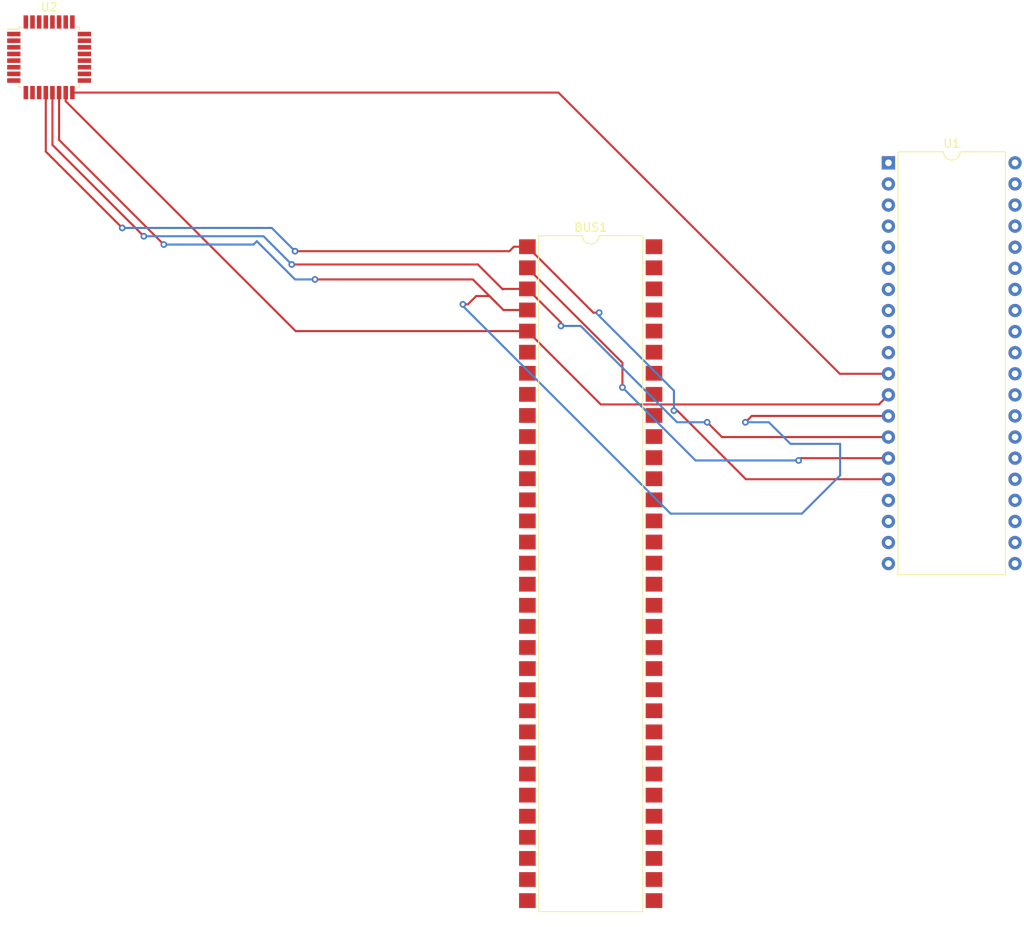
<source format=kicad_pcb>
(kicad_pcb (version 20221018) (generator pcbnew)
  (layers (0 "F.Cu" signal) (31 "B.Cu" signal) (34 "B.Paste" user) (35 "F.Paste" user) (36 "B.SilkS" user "B.Silkscreen") (37 "F.SilkS" user "F.Silkscreen") (38 "B.Mask" user) (39 "F.Mask" user) (44 "Edge.Cuts" user))
  (net 0 "")
  (net 61 "AD5")
  (net 62 "AD4")
  (net 63 "AD3")
  (net 64 "AD2")
  (net 65 "AD1")
  (net 66 "AD0")
  (net 93 "Net-(U2-GND-Pad21)")
  (net 94 "Net-(U2-VCC-Pad4)")
  (footprint "Package_DIP:SMDIP-64_W15.24mm" (layer "F.Cu") (at 117.38 91.43)
    (fp_text reference "BUS1" (at 0 -41.7) (layer "F.SilkS"))
    (fp_text value "8086 BUS")
    (fp_line (start -6.26 -40.7) (end -6.26 40.7) (stroke (width 0.12)) (layer "F.SilkS"))
    (fp_line (start -6.26 40.7) (end 6.26 40.7) (stroke (width 0.12)) (layer "F.SilkS"))
    (fp_line (start -1 -40.7) (end -6.26 -40.7) (stroke (width 0.12)) (layer "F.SilkS"))
    (fp_line (start 6.26 -40.7) (end 1 -40.7) (stroke (width 0.12)) (layer "F.SilkS"))
    (fp_line (start 6.26 40.7) (end 6.26 -40.7) (stroke (width 0.12)) (layer "F.SilkS"))
    (fp_arc (start 1 -40.7) (mid 0 -39.7) (end -1 -40.7) (stroke (width 0.12)) (layer "F.SilkS"))
    (pad "1" smd rect (at -7.62 -39.37) (size 2 1.78) (layers "F.Cu" "F.Paste" "F.Mask") (net 66 "AD0"))
    (pad "2" smd rect (at -7.62 -36.83) (size 2 1.78) (layers "F.Cu" "F.Paste" "F.Mask") (net 65 "AD1"))
    (pad "3" smd rect (at -7.62 -34.29) (size 2 1.78) (layers "F.Cu" "F.Paste" "F.Mask") (net 64 "AD2"))
    (pad "4" smd rect (at -7.62 -31.75) (size 2 1.78) (layers "F.Cu" "F.Paste" "F.Mask") (net 63 "AD3"))
    (pad "5" smd rect (at -7.62 -29.21) (size 2 1.78) (layers "F.Cu" "F.Paste" "F.Mask") (net 62 "AD4"))
    (pad "6" smd rect (at -7.62 -26.67) (size 2 1.78) (layers "F.Cu" "F.Paste" "F.Mask"))
    (pad "7" smd rect (at -7.62 -24.13) (size 2 1.78) (layers "F.Cu" "F.Paste" "F.Mask"))
    (pad "8" smd rect (at -7.62 -21.59) (size 2 1.78) (layers "F.Cu" "F.Paste" "F.Mask"))
    (pad "9" smd rect (at -7.62 -19.05) (size 2 1.78) (layers "F.Cu" "F.Paste" "F.Mask"))
    (pad "10" smd rect (at -7.62 -16.51) (size 2 1.78) (layers "F.Cu" "F.Paste" "F.Mask"))
    (pad "11" smd rect (at -7.62 -13.97) (size 2 1.78) (layers "F.Cu" "F.Paste" "F.Mask"))
    (pad "12" smd rect (at -7.62 -11.43) (size 2 1.78) (layers "F.Cu" "F.Paste" "F.Mask"))
    (pad "13" smd rect (at -7.62 -8.89) (size 2 1.78) (layers "F.Cu" "F.Paste" "F.Mask"))
    (pad "14" smd rect (at -7.62 -6.35) (size 2 1.78) (layers "F.Cu" "F.Paste" "F.Mask"))
    (pad "15" smd rect (at -7.62 -3.81) (size 2 1.78) (layers "F.Cu" "F.Paste" "F.Mask"))
    (pad "16" smd rect (at -7.62 -1.27) (size 2 1.78) (layers "F.Cu" "F.Paste" "F.Mask"))
    (pad "17" smd rect (at -7.62 1.27) (size 2 1.78) (layers "F.Cu" "F.Paste" "F.Mask"))
    (pad "18" smd rect (at -7.62 3.81) (size 2 1.78) (layers "F.Cu" "F.Paste" "F.Mask"))
    (pad "19" smd rect (at -7.62 6.35) (size 2 1.78) (layers "F.Cu" "F.Paste" "F.Mask"))
    (pad "20" smd rect (at -7.62 8.89) (size 2 1.78) (layers "F.Cu" "F.Paste" "F.Mask"))
    (pad "21" smd rect (at -7.62 11.43) (size 2 1.78) (layers "F.Cu" "F.Paste" "F.Mask"))
    (pad "22" smd rect (at -7.62 13.97) (size 2 1.78) (layers "F.Cu" "F.Paste" "F.Mask"))
    (pad "23" smd rect (at -7.62 16.51) (size 2 1.78) (layers "F.Cu" "F.Paste" "F.Mask"))
    (pad "24" smd rect (at -7.62 19.05) (size 2 1.78) (layers "F.Cu" "F.Paste" "F.Mask"))
    (pad "25" smd rect (at -7.62 21.59) (size 2 1.78) (layers "F.Cu" "F.Paste" "F.Mask"))
    (pad "26" smd rect (at -7.62 24.13) (size 2 1.78) (layers "F.Cu" "F.Paste" "F.Mask"))
    (pad "27" smd rect (at -7.62 26.67) (size 2 1.78) (layers "F.Cu" "F.Paste" "F.Mask"))
    (pad "28" smd rect (at -7.62 29.21) (size 2 1.78) (layers "F.Cu" "F.Paste" "F.Mask"))
    (pad "29" smd rect (at -7.62 31.75) (size 2 1.78) (layers "F.Cu" "F.Paste" "F.Mask"))
    (pad "30" smd rect (at -7.62 34.29) (size 2 1.78) (layers "F.Cu" "F.Paste" "F.Mask"))
    (pad "31" smd rect (at -7.62 36.83) (size 2 1.78) (layers "F.Cu" "F.Paste" "F.Mask"))
    (pad "32" smd rect (at -7.62 39.37) (size 2 1.78) (layers "F.Cu" "F.Paste" "F.Mask"))
    (pad "33" smd rect (at 7.62 39.37) (size 2 1.78) (layers "F.Cu" "F.Paste" "F.Mask"))
    (pad "34" smd rect (at 7.62 36.83) (size 2 1.78) (layers "F.Cu" "F.Paste" "F.Mask"))
    (pad "35" smd rect (at 7.62 34.29) (size 2 1.78) (layers "F.Cu" "F.Paste" "F.Mask"))
    (pad "36" smd rect (at 7.62 31.75) (size 2 1.78) (layers "F.Cu" "F.Paste" "F.Mask"))
    (pad "37" smd rect (at 7.62 29.21) (size 2 1.78) (layers "F.Cu" "F.Paste" "F.Mask"))
    (pad "38" smd rect (at 7.62 26.67) (size 2 1.78) (layers "F.Cu" "F.Paste" "F.Mask"))
    (pad "39" smd rect (at 7.62 24.13) (size 2 1.78) (layers "F.Cu" "F.Paste" "F.Mask"))
    (pad "40" smd rect (at 7.62 21.59) (size 2 1.78) (layers "F.Cu" "F.Paste" "F.Mask"))
    (pad "41" smd rect (at 7.62 19.05) (size 2 1.78) (layers "F.Cu" "F.Paste" "F.Mask"))
    (pad "42" smd rect (at 7.62 16.51) (size 2 1.78) (layers "F.Cu" "F.Paste" "F.Mask"))
    (pad "43" smd rect (at 7.62 13.97) (size 2 1.78) (layers "F.Cu" "F.Paste" "F.Mask"))
    (pad "44" smd rect (at 7.62 11.43) (size 2 1.78) (layers "F.Cu" "F.Paste" "F.Mask"))
    (pad "45" smd rect (at 7.62 8.89) (size 2 1.78) (layers "F.Cu" "F.Paste" "F.Mask"))
    (pad "46" smd rect (at 7.62 6.35) (size 2 1.78) (layers "F.Cu" "F.Paste" "F.Mask"))
    (pad "47" smd rect (at 7.62 3.81) (size 2 1.78) (layers "F.Cu" "F.Paste" "F.Mask"))
    (pad "48" smd rect (at 7.62 1.27) (size 2 1.78) (layers "F.Cu" "F.Paste" "F.Mask"))
    (pad "49" smd rect (at 7.62 -1.27) (size 2 1.78) (layers "F.Cu" "F.Paste" "F.Mask"))
    (pad "50" smd rect (at 7.62 -3.81) (size 2 1.78) (layers "F.Cu" "F.Paste" "F.Mask"))
    (pad "51" smd rect (at 7.62 -6.35) (size 2 1.78) (layers "F.Cu" "F.Paste" "F.Mask"))
    (pad "52" smd rect (at 7.62 -8.89) (size 2 1.78) (layers "F.Cu" "F.Paste" "F.Mask"))
    (pad "53" smd rect (at 7.62 -11.43) (size 2 1.78) (layers "F.Cu" "F.Paste" "F.Mask"))
    (pad "54" smd rect (at 7.62 -13.97) (size 2 1.78) (layers "F.Cu" "F.Paste" "F.Mask"))
    (pad "55" smd rect (at 7.62 -16.51) (size 2 1.78) (layers "F.Cu" "F.Paste" "F.Mask"))
    (pad "56" smd rect (at 7.62 -19.05) (size 2 1.78) (layers "F.Cu" "F.Paste" "F.Mask"))
    (pad "57" smd rect (at 7.62 -21.59) (size 2 1.78) (layers "F.Cu" "F.Paste" "F.Mask"))
    (pad "58" smd rect (at 7.62 -24.13) (size 2 1.78) (layers "F.Cu" "F.Paste" "F.Mask"))
    (pad "59" smd rect (at 7.62 -26.67) (size 2 1.78) (layers "F.Cu" "F.Paste" "F.Mask"))
    (pad "60" smd rect (at 7.62 -29.21) (size 2 1.78) (layers "F.Cu" "F.Paste" "F.Mask"))
    (pad "61" smd rect (at 7.62 -31.75) (size 2 1.78) (layers "F.Cu" "F.Paste" "F.Mask"))
    (pad "62" smd rect (at 7.62 -34.29) (size 2 1.78) (layers "F.Cu" "F.Paste" "F.Mask"))
    (pad "63" smd rect (at 7.62 -36.83) (size 2 1.78) (layers "F.Cu" "F.Paste" "F.Mask"))
    (pad "64" smd rect (at 7.62 -39.37) (size 2 1.78) (layers "F.Cu" "F.Paste" "F.Mask"))
  )
  (footprint "Package_DIP:DIP-40_W15.24mm" (layer "F.Cu") (at 153.2128 41.9608)
    (fp_text reference "U1" (at 7.62 -2.33) (layer "F.SilkS"))
    (fp_text value "P8086-2")
    (fp_line (start 1.16 -1.33) (end 1.16 49.59) (stroke (width 0.12)) (layer "F.SilkS"))
    (fp_line (start 1.16 49.59) (end 14.08 49.59) (stroke (width 0.12)) (layer "F.SilkS"))
    (fp_line (start 6.62 -1.33) (end 1.16 -1.33) (stroke (width 0.12)) (layer "F.SilkS"))
    (fp_line (start 14.08 -1.33) (end 8.62 -1.33) (stroke (width 0.12)) (layer "F.SilkS"))
    (fp_line (start 14.08 49.59) (end 14.08 -1.33) (stroke (width 0.12)) (layer "F.SilkS"))
    (fp_arc (start 8.62 -1.33) (mid 7.62 -0.33) (end 6.62 -1.33) (stroke (width 0.12)) (layer "F.SilkS"))
    (pad "1" thru_hole rect (at 0 0) (size 1.6 1.6) (drill 0.8) (layers "*.Cu" "*.Mask"))
    (pad "2" thru_hole oval (at 0 2.54) (size 1.6 1.6) (drill 0.8) (layers "*.Cu" "*.Mask"))
    (pad "3" thru_hole oval (at 0 5.08) (size 1.6 1.6) (drill 0.8) (layers "*.Cu" "*.Mask"))
    (pad "4" thru_hole oval (at 0 7.62) (size 1.6 1.6) (drill 0.8) (layers "*.Cu" "*.Mask"))
    (pad "5" thru_hole oval (at 0 10.16) (size 1.6 1.6) (drill 0.8) (layers "*.Cu" "*.Mask"))
    (pad "6" thru_hole oval (at 0 12.7) (size 1.6 1.6) (drill 0.8) (layers "*.Cu" "*.Mask"))
    (pad "7" thru_hole oval (at 0 15.24) (size 1.6 1.6) (drill 0.8) (layers "*.Cu" "*.Mask"))
    (pad "8" thru_hole oval (at 0 17.78) (size 1.6 1.6) (drill 0.8) (layers "*.Cu" "*.Mask"))
    (pad "9" thru_hole oval (at 0 20.32) (size 1.6 1.6) (drill 0.8) (layers "*.Cu" "*.Mask"))
    (pad "10" thru_hole oval (at 0 22.86) (size 1.6 1.6) (drill 0.8) (layers "*.Cu" "*.Mask"))
    (pad "11" thru_hole oval (at 0 25.4) (size 1.6 1.6) (drill 0.8) (layers "*.Cu" "*.Mask") (net 61 "AD5"))
    (pad "12" thru_hole oval (at 0 27.94) (size 1.6 1.6) (drill 0.8) (layers "*.Cu" "*.Mask") (net 62 "AD4"))
    (pad "13" thru_hole oval (at 0 30.48) (size 1.6 1.6) (drill 0.8) (layers "*.Cu" "*.Mask") (net 63 "AD3"))
    (pad "14" thru_hole oval (at 0 33.02) (size 1.6 1.6) (drill 0.8) (layers "*.Cu" "*.Mask") (net 64 "AD2"))
    (pad "15" thru_hole oval (at 0 35.56) (size 1.6 1.6) (drill 0.8) (layers "*.Cu" "*.Mask") (net 65 "AD1"))
    (pad "16" thru_hole oval (at 0 38.1) (size 1.6 1.6) (drill 0.8) (layers "*.Cu" "*.Mask") (net 66 "AD0"))
    (pad "17" thru_hole oval (at 0 40.64) (size 1.6 1.6) (drill 0.8) (layers "*.Cu" "*.Mask"))
    (pad "18" thru_hole oval (at 0 43.18) (size 1.6 1.6) (drill 0.8) (layers "*.Cu" "*.Mask"))
    (pad "19" thru_hole oval (at 0 45.72) (size 1.6 1.6) (drill 0.8) (layers "*.Cu" "*.Mask"))
    (pad "20" thru_hole oval (at 0 48.26) (size 1.6 1.6) (drill 0.8) (layers "*.Cu" "*.Mask"))
    (pad "21" thru_hole oval (at 15.24 48.26) (size 1.6 1.6) (drill 0.8) (layers "*.Cu" "*.Mask"))
    (pad "22" thru_hole oval (at 15.24 45.72) (size 1.6 1.6) (drill 0.8) (layers "*.Cu" "*.Mask"))
    (pad "23" thru_hole oval (at 15.24 43.18) (size 1.6 1.6) (drill 0.8) (layers "*.Cu" "*.Mask"))
    (pad "24" thru_hole oval (at 15.24 40.64) (size 1.6 1.6) (drill 0.8) (layers "*.Cu" "*.Mask"))
    (pad "25" thru_hole oval (at 15.24 38.1) (size 1.6 1.6) (drill 0.8) (layers "*.Cu" "*.Mask"))
    (pad "26" thru_hole oval (at 15.24 35.56) (size 1.6 1.6) (drill 0.8) (layers "*.Cu" "*.Mask"))
    (pad "27" thru_hole oval (at 15.24 33.02) (size 1.6 1.6) (drill 0.8) (layers "*.Cu" "*.Mask"))
    (pad "28" thru_hole oval (at 15.24 30.48) (size 1.6 1.6) (drill 0.8) (layers "*.Cu" "*.Mask"))
    (pad "29" thru_hole oval (at 15.24 27.94) (size 1.6 1.6) (drill 0.8) (layers "*.Cu" "*.Mask"))
    (pad "30" thru_hole oval (at 15.24 25.4) (size 1.6 1.6) (drill 0.8) (layers "*.Cu" "*.Mask"))
    (pad "31" thru_hole oval (at 15.24 22.86) (size 1.6 1.6) (drill 0.8) (layers "*.Cu" "*.Mask"))
    (pad "32" thru_hole oval (at 15.24 20.32) (size 1.6 1.6) (drill 0.8) (layers "*.Cu" "*.Mask"))
    (pad "33" thru_hole oval (at 15.24 17.78) (size 1.6 1.6) (drill 0.8) (layers "*.Cu" "*.Mask"))
    (pad "34" thru_hole oval (at 15.24 15.24) (size 1.6 1.6) (drill 0.8) (layers "*.Cu" "*.Mask"))
    (pad "35" thru_hole oval (at 15.24 12.7) (size 1.6 1.6) (drill 0.8) (layers "*.Cu" "*.Mask"))
    (pad "36" thru_hole oval (at 15.24 10.16) (size 1.6 1.6) (drill 0.8) (layers "*.Cu" "*.Mask"))
    (pad "37" thru_hole oval (at 15.24 7.62) (size 1.6 1.6) (drill 0.8) (layers "*.Cu" "*.Mask"))
    (pad "38" thru_hole oval (at 15.24 5.08) (size 1.6 1.6) (drill 0.8) (layers "*.Cu" "*.Mask"))
    (pad "39" thru_hole oval (at 15.24 2.54) (size 1.6 1.6) (drill 0.8) (layers "*.Cu" "*.Mask"))
    (pad "40" thru_hole oval (at 15.24 0) (size 1.6 1.6) (drill 0.8) (layers "*.Cu" "*.Mask"))
  )
  (footprint "Package_QFP:TQFP-32_7x7mm_P0.8mm" (layer "F.Cu") (at 52.2 29.25)
    (fp_text reference "U2" (at 0 -6.05) (layer "F.SilkS"))
    (fp_text value "ATmega328P-A")
    (fp_line (start -3.625 -3.625) (end -3.625 -3.4) (stroke (width 0.15)) (layer "F.SilkS"))
    (fp_line (start -3.625 -3.625) (end -3.3 -3.625) (stroke (width 0.15)) (layer "F.SilkS"))
    (fp_line (start -3.625 -3.4) (end -5.05 -3.4) (stroke (width 0.15)) (layer "F.SilkS"))
    (fp_line (start -3.625 3.625) (end -3.625 3.3) (stroke (width 0.15)) (layer "F.SilkS"))
    (fp_line (start -3.625 3.625) (end -3.3 3.625) (stroke (width 0.15)) (layer "F.SilkS"))
    (fp_line (start 3.625 -3.625) (end 3.3 -3.625) (stroke (width 0.15)) (layer "F.SilkS"))
    (fp_line (start 3.625 -3.625) (end 3.625 -3.3) (stroke (width 0.15)) (layer "F.SilkS"))
    (fp_line (start 3.625 3.625) (end 3.3 3.625) (stroke (width 0.15)) (layer "F.SilkS"))
    (fp_line (start 3.625 3.625) (end 3.625 3.3) (stroke (width 0.15)) (layer "F.SilkS"))
    (pad "1" smd rect (at -4.25 -2.8) (size 1.6 0.55) (layers "F.Cu" "F.Paste" "F.Mask"))
    (pad "2" smd rect (at -4.25 -2) (size 1.6 0.55) (layers "F.Cu" "F.Paste" "F.Mask"))
    (pad "3" smd rect (at -4.25 -1.2) (size 1.6 0.55) (layers "F.Cu" "F.Paste" "F.Mask") (net 93 "Net-(U2-GND-Pad21)"))
    (pad "4" smd rect (at -4.25 -0.4) (size 1.6 0.55) (layers "F.Cu" "F.Paste" "F.Mask") (net 94 "Net-(U2-VCC-Pad4)"))
    (pad "5" smd rect (at -4.25 0.4) (size 1.6 0.55) (layers "F.Cu" "F.Paste" "F.Mask") (net 93 "Net-(U2-GND-Pad21)"))
    (pad "6" smd rect (at -4.25 1.2) (size 1.6 0.55) (layers "F.Cu" "F.Paste" "F.Mask") (net 94 "Net-(U2-VCC-Pad4)"))
    (pad "7" smd rect (at -4.25 2) (size 1.6 0.55) (layers "F.Cu" "F.Paste" "F.Mask"))
    (pad "8" smd rect (at -4.25 2.8) (size 1.6 0.55) (layers "F.Cu" "F.Paste" "F.Mask"))
    (pad "9" smd rect (at -2.8 4.25 90) (size 1.6 0.55) (layers "F.Cu" "F.Paste" "F.Mask"))
    (pad "10" smd rect (at -2 4.25 90) (size 1.6 0.55) (layers "F.Cu" "F.Paste" "F.Mask"))
    (pad "11" smd rect (at -1.2 4.25 90) (size 1.6 0.55) (layers "F.Cu" "F.Paste" "F.Mask"))
    (pad "12" smd rect (at -0.4 4.25 90) (size 1.6 0.55) (layers "F.Cu" "F.Paste" "F.Mask") (net 66 "AD0"))
    (pad "13" smd rect (at 0.4 4.25 90) (size 1.6 0.55) (layers "F.Cu" "F.Paste" "F.Mask") (net 64 "AD2"))
    (pad "14" smd rect (at 1.2 4.25 90) (size 1.6 0.55) (layers "F.Cu" "F.Paste" "F.Mask") (net 63 "AD3"))
    (pad "15" smd rect (at 2 4.25 90) (size 1.6 0.55) (layers "F.Cu" "F.Paste" "F.Mask") (net 62 "AD4"))
    (pad "16" smd rect (at 2.8 4.25 90) (size 1.6 0.55) (layers "F.Cu" "F.Paste" "F.Mask") (net 61 "AD5"))
    (pad "17" smd rect (at 4.25 2.8) (size 1.6 0.55) (layers "F.Cu" "F.Paste" "F.Mask"))
    (pad "18" smd rect (at 4.25 2) (size 1.6 0.55) (layers "F.Cu" "F.Paste" "F.Mask"))
    (pad "19" smd rect (at 4.25 1.2) (size 1.6 0.55) (layers "F.Cu" "F.Paste" "F.Mask"))
    (pad "20" smd rect (at 4.25 0.4) (size 1.6 0.55) (layers "F.Cu" "F.Paste" "F.Mask"))
    (pad "21" smd rect (at 4.25 -0.4) (size 1.6 0.55) (layers "F.Cu" "F.Paste" "F.Mask") (net 93 "Net-(U2-GND-Pad21)"))
    (pad "22" smd rect (at 4.25 -1.2) (size 1.6 0.55) (layers "F.Cu" "F.Paste" "F.Mask"))
    (pad "23" smd rect (at 4.25 -2) (size 1.6 0.55) (layers "F.Cu" "F.Paste" "F.Mask"))
    (pad "24" smd rect (at 4.25 -2.8) (size 1.6 0.55) (layers "F.Cu" "F.Paste" "F.Mask"))
    (pad "25" smd rect (at 2.8 -4.25 90) (size 1.6 0.55) (layers "F.Cu" "F.Paste" "F.Mask"))
    (pad "26" smd rect (at 2 -4.25 90) (size 1.6 0.55) (layers "F.Cu" "F.Paste" "F.Mask"))
    (pad "27" smd rect (at 1.2 -4.25 90) (size 1.6 0.55) (layers "F.Cu" "F.Paste" "F.Mask"))
    (pad "28" smd rect (at 0.4 -4.25 90) (size 1.6 0.55) (layers "F.Cu" "F.Paste" "F.Mask"))
    (pad "29" smd rect (at -0.4 -4.25 90) (size 1.6 0.55) (layers "F.Cu" "F.Paste" "F.Mask"))
    (pad "30" smd rect (at -1.2 -4.25 90) (size 1.6 0.55) (layers "F.Cu" "F.Paste" "F.Mask"))
    (pad "31" smd rect (at -2 -4.25 90) (size 1.6 0.55) (layers "F.Cu" "F.Paste" "F.Mask"))
    (pad "32" smd rect (at -2.8 -4.25 90) (size 1.6 0.55) (layers "F.Cu" "F.Paste" "F.Mask"))
  )
  (segment (start 147.3608 67.3608) (end 113.5 33.5) (width 0.25) (layer "F.Cu") (net 61))
  (segment (start 113.5 33.5) (end 55 33.5) (width 0.25) (layer "F.Cu") (net 61))
  (segment (start 153.2128 67.3608) (end 147.3608 67.3608) (width 0.25) (layer "F.Cu") (net 61))
  (segment (start 54.2 34.55) (end 54.2 33.5) (width 0.25) (layer "F.Cu") (net 62))
  (segment (start 153.2128 69.9008) (end 152.0586 71.055) (width 0.25) (layer "F.Cu") (net 62))
  (segment (start 118.595 71.055) (end 109.76 62.22) (width 0.25) (layer "F.Cu") (net 62))
  (segment (start 109.76 62.22) (end 81.87 62.22) (width 0.25) (layer "F.Cu") (net 62))
  (segment (start 152.0586 71.055) (end 118.595 71.055) (width 0.25) (layer "F.Cu") (net 62))
  (segment (start 81.87 62.22) (end 54.2 34.55) (width 0.25) (layer "F.Cu") (net 62))
  (segment (start 153.2128 72.4408) (end 136.7592 72.4408) (width 0.25) (layer "F.Cu") (net 63))
  (segment (start 106.1 58.9) (end 106.88 59.68) (width 0.25) (layer "F.Cu") (net 63))
  (segment (start 105.2 58) (end 106.1 58.9) (width 0.25) (layer "F.Cu") (net 63))
  (segment (start 84.2 56) (end 103.2 56) (width 0.25) (layer "F.Cu") (net 63))
  (segment (start 106.88 59.68) (end 109.76 59.68) (width 0.25) (layer "F.Cu") (net 63))
  (segment (start 136.7592 72.4408) (end 136 73.2) (width 0.25) (layer "F.Cu") (net 63))
  (segment (start 53.4 39.2) (end 66 51.8) (width 0.25) (layer "F.Cu") (net 63))
  (segment (start 102 59) (end 102.6 59) (width 0.25) (layer "F.Cu") (net 63))
  (segment (start 103.2 56) (end 106.1 58.9) (width 0.25) (layer "F.Cu") (net 63))
  (segment (start 103.6 58) (end 105.2 58) (width 0.25) (layer "F.Cu") (net 63))
  (segment (start 53.4 33.5) (end 53.4 39.2) (width 0.25) (layer "F.Cu") (net 63))
  (segment (start 102.6 59) (end 103.6 58) (width 0.25) (layer "F.Cu") (net 63))
  (via (at 84.2 56) (size 0.8) (drill 0.4) (layers "F.Cu" "B.Cu") (net 63))
  (via (at 102 59) (size 0.8) (drill 0.4) (layers "F.Cu" "B.Cu") (net 63))
  (via (at 66 51.8) (size 0.8) (drill 0.4) (layers "F.Cu" "B.Cu") (net 63))
  (via (at 136 73.2) (size 0.8) (drill 0.4) (layers "F.Cu" "B.Cu") (net 63))
  (segment (start 136 73.2) (end 138.825305 73.2) (width 0.25) (layer "B.Cu") (net 63))
  (segment (start 147.4 75.8) (end 147.4 79.6) (width 0.25) (layer "B.Cu") (net 63))
  (segment (start 77.2 51.4) (end 81.8 56) (width 0.25) (layer "B.Cu") (net 63))
  (segment (start 138.825305 73.2) (end 141.425305 75.8) (width 0.25) (layer "B.Cu") (net 63))
  (segment (start 66 51.8) (end 76.8 51.8) (width 0.25) (layer "B.Cu") (net 63))
  (segment (start 81.8 56) (end 84.2 56) (width 0.25) (layer "B.Cu") (net 63))
  (segment (start 76.8 51.8) (end 77.2 51.4) (width 0.25) (layer "B.Cu") (net 63))
  (segment (start 103.4 60.6) (end 102 59.2) (width 0.25) (layer "B.Cu") (net 63))
  (segment (start 147.4 79.6) (end 142.8 84.2) (width 0.25) (layer "B.Cu") (net 63))
  (segment (start 102 59.2) (end 102 59) (width 0.25) (layer "B.Cu") (net 63))
  (segment (start 141.425305 75.8) (end 147.4 75.8) (width 0.25) (layer "B.Cu") (net 63))
  (segment (start 127 84.2) (end 103.4 60.6) (width 0.25) (layer "B.Cu") (net 63))
  (segment (start 142.8 84.2) (end 127 84.2) (width 0.25) (layer "B.Cu") (net 63))
  (segment (start 52.6 39.8) (end 63.6 50.8) (width 0.25) (layer "F.Cu") (net 64))
  (segment (start 133.1808 74.9808) (end 131.4 73.2) (width 0.25) (layer "F.Cu") (net 64))
  (segment (start 81.4 54.2) (end 103.8 54.2) (width 0.25) (layer "F.Cu") (net 64))
  (segment (start 113.8 61.6) (end 113.8 61.18) (width 0.25) (layer "F.Cu") (net 64))
  (segment (start 153.2128 74.9808) (end 133.1808 74.9808) (width 0.25) (layer "F.Cu") (net 64))
  (segment (start 106.8 57.2) (end 106.86 57.14) (width 0.25) (layer "F.Cu") (net 64))
  (segment (start 103.8 54.2) (end 106.8 57.2) (width 0.25) (layer "F.Cu") (net 64))
  (segment (start 106.86 57.14) (end 109.76 57.14) (width 0.25) (layer "F.Cu") (net 64))
  (segment (start 113.8 61.18) (end 109.76 57.14) (width 0.25) (layer "F.Cu") (net 64))
  (segment (start 52.6 33.5) (end 52.6 39.8) (width 0.25) (layer "F.Cu") (net 64))
  (via (at 131.4 73.2) (size 0.8) (drill 0.4) (layers "F.Cu" "B.Cu") (net 64))
  (via (at 63.6 50.8) (size 0.8) (drill 0.4) (layers "F.Cu" "B.Cu") (net 64))
  (via (at 113.8 61.6) (size 0.8) (drill 0.4) (layers "F.Cu" "B.Cu") (net 64))
  (via (at 81.4 54.2) (size 0.8) (drill 0.4) (layers "F.Cu" "B.Cu") (net 64))
  (segment (start 127.774695 73.2) (end 116.174695 61.6) (width 0.25) (layer "B.Cu") (net 64))
  (segment (start 63.6 50.8) (end 78 50.8) (width 0.25) (layer "B.Cu") (net 64))
  (segment (start 131.4 73.2) (end 127.774695 73.2) (width 0.25) (layer "B.Cu") (net 64))
  (segment (start 116.174695 61.6) (end 113.8 61.6) (width 0.25) (layer "B.Cu") (net 64))
  (segment (start 78 50.8) (end 81.4 54.2) (width 0.25) (layer "B.Cu") (net 64))
  (segment (start 109.76 54.6) (end 121.2 66.04) (width 0.25) (layer "F.Cu") (net 65))
  (segment (start 142.6792 77.5208) (end 153.2128 77.5208) (width 0.25) (layer "F.Cu") (net 65))
  (segment (start 142.4 77.8) (end 142.6792 77.5208) (width 0.25) (layer "F.Cu") (net 65))
  (segment (start 121.2 66.04) (end 121.2 69) (width 0.25) (layer "F.Cu") (net 65))
  (via (at 142.4 77.8) (size 0.8) (drill 0.4) (layers "F.Cu" "B.Cu") (net 65))
  (via (at 121.2 69) (size 0.8) (drill 0.4) (layers "F.Cu" "B.Cu") (net 65))
  (segment (start 121.2 69) (end 130 77.8) (width 0.25) (layer "B.Cu") (net 65))
  (segment (start 130 77.8) (end 142.4 77.8) (width 0.25) (layer "B.Cu") (net 65))
  (segment (start 107.6 52.6) (end 108.14 52.06) (width 0.25) (layer "F.Cu") (net 66))
  (segment (start 127.8 71.8) (end 127.4 71.8) (width 0.25) (layer "F.Cu") (net 66))
  (segment (start 136.0608 80.0608) (end 128.6 72.6) (width 0.25) (layer "F.Cu") (net 66))
  (segment (start 117.7 60) (end 109.76 52.06) (width 0.25) (layer "F.Cu") (net 66))
  (segment (start 51.8 33.5) (end 51.8 40.6) (width 0.25) (layer "F.Cu") (net 66))
  (segment (start 153.2128 80.0608) (end 136.0608 80.0608) (width 0.25) (layer "F.Cu") (net 66))
  (segment (start 108.14 52.06) (end 109.76 52.06) (width 0.25) (layer "F.Cu") (net 66))
  (segment (start 51.8 40.6) (end 61 49.8) (width 0.25) (layer "F.Cu") (net 66))
  (segment (start 118.4 60) (end 117.7 60) (width 0.25) (layer "F.Cu") (net 66))
  (segment (start 81.8 52.6) (end 107.6 52.6) (width 0.25) (layer "F.Cu") (net 66))
  (segment (start 128.6 72.6) (end 127.8 71.8) (width 0.25) (layer "F.Cu") (net 66))
  (via (at 81.8 52.6) (size 0.8) (drill 0.4) (layers "F.Cu" "B.Cu") (net 66))
  (via (at 118.4 60) (size 0.8) (drill 0.4) (layers "F.Cu" "B.Cu") (net 66))
  (via (at 61 49.8) (size 0.8) (drill 0.4) (layers "F.Cu" "B.Cu") (net 66))
  (via (at 127.4 71.8) (size 0.8) (drill 0.4) (layers "F.Cu" "B.Cu") (net 66))
  (segment (start 127.4 71.8) (end 127.4 69.4) (width 0.25) (layer "B.Cu") (net 66))
  (segment (start 118.4 60.4) (end 118.4 60) (width 0.25) (layer "B.Cu") (net 66))
  (segment (start 79 49.8) (end 81.8 52.6) (width 0.25) (layer "B.Cu") (net 66))
  (segment (start 127.4 69.4) (end 121.4 63.4) (width 0.25) (layer "B.Cu") (net 66))
  (segment (start 61 49.8) (end 79 49.8) (width 0.25) (layer "B.Cu") (net 66))
  (segment (start 121.4 63.4) (end 118.4 60.4) (width 0.25) (layer "B.Cu") (net 66))
)
</source>
